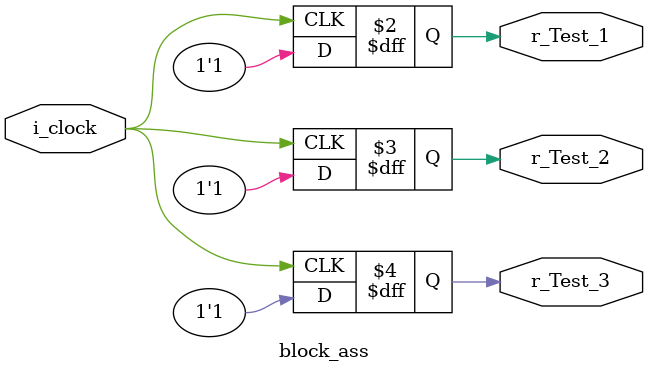
<source format=v>
`timescale 1ns / 1ps


module block_ass(input i_clock, output r_Test_1, output r_Test_2, output r_Test_3);
    reg r_Test_1, r_Test_2, r_Test_3;
    always @(posedge i_clock)
    begin
      r_Test_1 = 1'b1;
      r_Test_2 = r_Test_1;
      r_Test_3 = r_Test_2;
    end
endmodule

</source>
